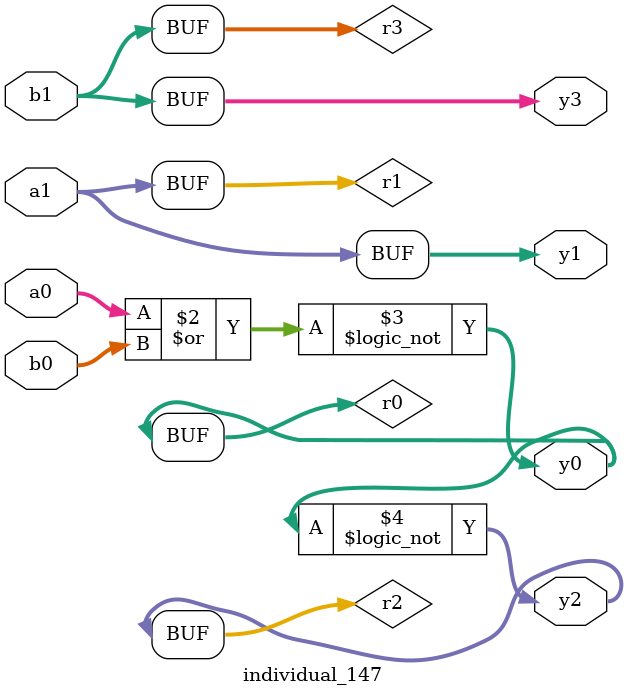
<source format=sv>
module individual_147(input logic [15:0] a1, input logic [15:0] a0, input logic [15:0] b1, input logic [15:0] b0, output logic [15:0] y3, output logic [15:0] y2, output logic [15:0] y1, output logic [15:0] y0);
logic [15:0] r0, r1, r2, r3; 
 always@(*) begin 
	 r0 = a0; r1 = a1; r2 = b0; r3 = b1; 
 	 r0  |=  b0 ;
 	 r0 = ! r0 ;
 	 r2 = ! r0 ;
 	 y3 = r3; y2 = r2; y1 = r1; y0 = r0; 
end
endmodule
</source>
